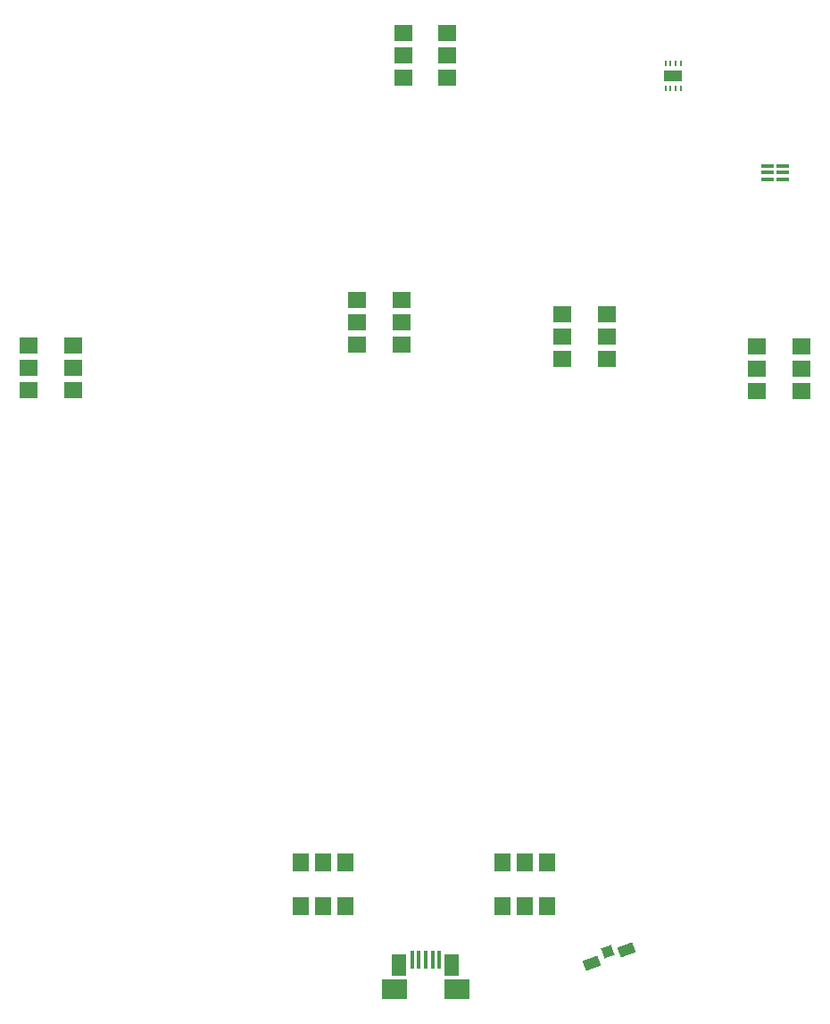
<source format=gbp>
G04 Layer_Color=128*
%FSLAX24Y24*%
%MOIN*%
G70*
G01*
G75*
%ADD82R,0.0630X0.0669*%
%ADD83R,0.0177X0.0669*%
%ADD84R,0.0935X0.0748*%
%ADD85R,0.0581X0.0827*%
G04:AMPARAMS|DCode=86|XSize=39.4mil|YSize=59.1mil|CornerRadius=0mil|HoleSize=0mil|Usage=FLASHONLY|Rotation=290.000|XOffset=0mil|YOffset=0mil|HoleType=Round|Shape=Rectangle|*
%AMROTATEDRECTD86*
4,1,4,-0.0345,0.0084,0.0210,0.0286,0.0345,-0.0084,-0.0210,-0.0286,-0.0345,0.0084,0.0*
%
%ADD86ROTATEDRECTD86*%

%ADD87P,0.0557X4X335.0*%
%ADD88R,0.0472X0.0138*%
G04:AMPARAMS|DCode=89|XSize=47.2mil|YSize=13.8mil|CornerRadius=3.4mil|HoleSize=0mil|Usage=FLASHONLY|Rotation=180.000|XOffset=0mil|YOffset=0mil|HoleType=Round|Shape=RoundedRectangle|*
%AMROUNDEDRECTD89*
21,1,0.0472,0.0069,0,0,180.0*
21,1,0.0404,0.0138,0,0,180.0*
1,1,0.0069,-0.0202,0.0034*
1,1,0.0069,0.0202,0.0034*
1,1,0.0069,0.0202,-0.0034*
1,1,0.0069,-0.0202,-0.0034*
%
%ADD89ROUNDEDRECTD89*%
%ADD90R,0.0669X0.0394*%
%ADD91R,0.0098X0.0216*%
%ADD92R,0.0669X0.0630*%
D82*
X27750Y12399D02*
D03*
X26924D02*
D03*
X26097D02*
D03*
Y14053D02*
D03*
X26924D02*
D03*
X27750D02*
D03*
X35269Y14058D02*
D03*
X34442D02*
D03*
X33615D02*
D03*
Y12405D02*
D03*
X34442D02*
D03*
X35269D02*
D03*
D83*
X31262Y10402D02*
D03*
X30238D02*
D03*
X31006D02*
D03*
X30750D02*
D03*
X30494D02*
D03*
D84*
X29589Y9300D02*
D03*
X31911D02*
D03*
D85*
X29766Y10206D02*
D03*
X31734D02*
D03*
D86*
X38258Y10769D02*
D03*
X36963Y10298D02*
D03*
D87*
X37550Y10700D02*
D03*
D88*
X44100Y40056D02*
D03*
D89*
Y39800D02*
D03*
Y39544D02*
D03*
X43509D02*
D03*
Y39800D02*
D03*
Y40056D02*
D03*
D90*
X39998Y43407D02*
D03*
D91*
X40294Y43870D02*
D03*
X40097D02*
D03*
X39900D02*
D03*
X39703D02*
D03*
Y42945D02*
D03*
X39900D02*
D03*
X40097D02*
D03*
X40294D02*
D03*
D92*
X28196Y35037D02*
D03*
Y34210D02*
D03*
Y33383D02*
D03*
X29850D02*
D03*
Y34210D02*
D03*
Y35037D02*
D03*
X37516Y34504D02*
D03*
Y33678D02*
D03*
Y32851D02*
D03*
X35862D02*
D03*
Y33678D02*
D03*
Y34504D02*
D03*
X43130Y33307D02*
D03*
Y32480D02*
D03*
Y31654D02*
D03*
X44783D02*
D03*
Y32480D02*
D03*
Y33307D02*
D03*
X17579Y33337D02*
D03*
Y32510D02*
D03*
Y31683D02*
D03*
X15925D02*
D03*
Y32510D02*
D03*
Y33337D02*
D03*
X29915Y45015D02*
D03*
Y44189D02*
D03*
Y43362D02*
D03*
X31568D02*
D03*
Y44189D02*
D03*
Y45015D02*
D03*
M02*

</source>
